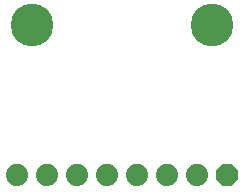
<source format=gbr>
G04 EAGLE Gerber RS-274X export*
G75*
%MOMM*%
%FSLAX34Y34*%
%LPD*%
%INSoldermask Bottom*%
%IPPOS*%
%AMOC8*
5,1,8,0,0,1.08239X$1,22.5*%
G01*
%ADD10C,3.617600*%
%ADD11P,2.034460X8X292.500000*%
%ADD12C,1.879600*%


D10*
X25400Y152400D03*
X177800Y152400D03*
D11*
X190500Y25400D03*
D12*
X165100Y25400D03*
X139700Y25400D03*
X114300Y25400D03*
X88900Y25400D03*
X63500Y25400D03*
X38100Y25400D03*
X12700Y25400D03*
M02*

</source>
